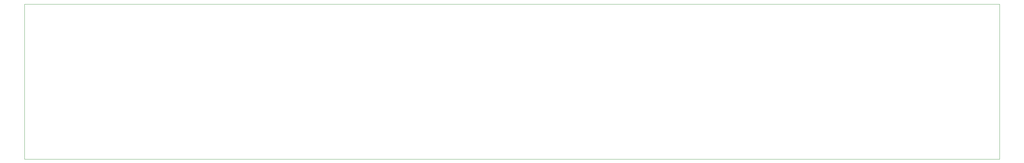
<source format=gbr>
G04 #@! TF.GenerationSoftware,KiCad,Pcbnew,(5.1.2-1)-1*
G04 #@! TF.CreationDate,2019-05-19T16:00:05-07:00*
G04 #@! TF.ProjectId,PedalBoard,50656461-6c42-46f6-9172-642e6b696361,rev?*
G04 #@! TF.SameCoordinates,Original*
G04 #@! TF.FileFunction,Profile,NP*
%FSLAX46Y46*%
G04 Gerber Fmt 4.6, Leading zero omitted, Abs format (unit mm)*
G04 Created by KiCad (PCBNEW (5.1.2-1)-1) date 2019-05-19 16:00:05*
%MOMM*%
%LPD*%
G04 APERTURE LIST*
%ADD10C,0.050000*%
G04 APERTURE END LIST*
D10*
X289560000Y-109220000D02*
X12700000Y-109220000D01*
X12700000Y-109220000D02*
X12700000Y-65024000D01*
X289560000Y-65024000D02*
X289560000Y-109220000D01*
X12700000Y-65024000D02*
X289560000Y-65024000D01*
M02*

</source>
